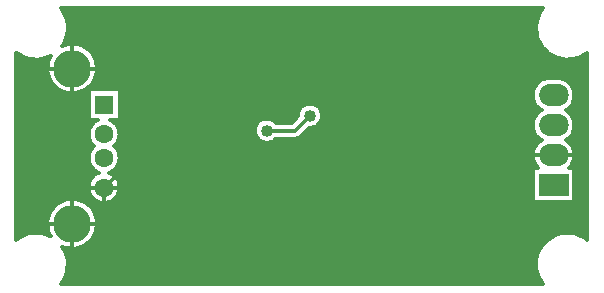
<source format=gbl>
G04 DipTrace 2.4.0.2*
%INBottom.gbr*%
%MOIN*%
%ADD14C,0.013*%
%ADD27R,0.0984X0.0748*%
%ADD28O,0.0984X0.0748*%
%ADD29R,0.063X0.063*%
%ADD30C,0.063*%
%ADD31C,0.126*%
%ADD40C,0.04*%
%FSLAX44Y44*%
G04*
G70*
G90*
G75*
G01*
%LNBottom*%
%LPD*%
X20171Y5187D2*
D14*
X20546D1*
Y6038D1*
Y8062D1*
X21039Y8555D1*
X22169D1*
X20546Y6038D2*
X19147D1*
X19046Y5937D1*
X13976Y12795D2*
X13860D1*
X13435Y12371D1*
X14075Y11731D1*
X15703Y10103D1*
X17744Y8062D1*
X20546D1*
X14075Y11614D2*
Y11731D1*
X12992Y8858D2*
X14458D1*
X15703Y10103D1*
X10335Y8465D2*
X8169D1*
X7185Y7480D1*
X11122Y5118D2*
Y7677D1*
X10335Y8465D1*
Y9547D2*
Y8465D1*
X6122Y11445D2*
X8339D1*
X8858Y10925D1*
X11614Y10827D2*
Y9547D1*
X11909D1*
Y8957D1*
X12303Y8563D1*
X12697D1*
X12992Y8858D1*
X10335Y9547D2*
X11614D1*
X12609Y9375D2*
X13546D1*
X14046Y9875D1*
D40*
X20171Y5187D3*
X19046Y5937D3*
X13976Y12795D3*
X14075Y11614D3*
X12992Y8858D3*
X10335Y8465D3*
X11122Y5118D3*
X10335Y8465D3*
Y9547D3*
Y8465D3*
X8858Y10925D3*
X11614Y10827D3*
X12992Y8858D3*
X10335Y9547D3*
X12609Y9375D3*
X14046Y9875D3*
X10484Y13250D3*
X21234Y9187D3*
X18671D3*
X17921D3*
X17796Y9812D3*
X19671Y9187D3*
X20421D3*
X5841Y13326D2*
D14*
X21718D1*
X5904Y13198D2*
X21655D1*
X5949Y13069D2*
X21611D1*
X5975Y12940D2*
X21584D1*
X5985Y12812D2*
X21574D1*
X5979Y12683D2*
X21580D1*
X5957Y12554D2*
X21602D1*
X5918Y12426D2*
X21641D1*
X5859Y12297D2*
X21700D1*
X6541Y12169D2*
X21781D1*
X6714Y12040D2*
X21895D1*
X6821Y11911D2*
X22057D1*
X23218D2*
X23283D1*
X4276Y11783D2*
X4629D1*
X5214D2*
X5350D1*
X6893D2*
X22345D1*
X22930D2*
X23283D1*
X4276Y11654D2*
X5305D1*
X6937D2*
X23283D1*
X4276Y11526D2*
X5283D1*
X6962D2*
X23283D1*
X4276Y11397D2*
X5281D1*
X6964D2*
X23283D1*
X4276Y11268D2*
X5297D1*
X6945D2*
X23283D1*
X4276Y11140D2*
X5338D1*
X6907D2*
X23283D1*
X4276Y11011D2*
X5401D1*
X6842D2*
X21690D1*
X22650D2*
X23283D1*
X4276Y10883D2*
X5498D1*
X6744D2*
X21566D1*
X22771D2*
X23283D1*
X4276Y10754D2*
X5649D1*
X6594D2*
X21499D1*
X22838D2*
X23283D1*
X4276Y10625D2*
X5979D1*
X6265D2*
X6657D1*
X7713D2*
X21468D1*
X22871D2*
X23283D1*
X4276Y10497D2*
X6657D1*
X7713D2*
X21466D1*
X22871D2*
X23283D1*
X4276Y10368D2*
X6657D1*
X7713D2*
X21495D1*
X22842D2*
X23283D1*
X4276Y10240D2*
X6657D1*
X7713D2*
X13870D1*
X14223D2*
X21558D1*
X22779D2*
X23283D1*
X4276Y10111D2*
X6657D1*
X7713D2*
X13710D1*
X14381D2*
X21676D1*
X22664D2*
X23283D1*
X4276Y9982D2*
X6657D1*
X7713D2*
X13649D1*
X14444D2*
X21655D1*
X22684D2*
X23283D1*
X4276Y9854D2*
X6657D1*
X7713D2*
X13635D1*
X14458D2*
X21548D1*
X22790D2*
X23283D1*
X4276Y9725D2*
X6657D1*
X7713D2*
X12402D1*
X12814D2*
X13509D1*
X14430D2*
X21491D1*
X22848D2*
X23283D1*
X4276Y9596D2*
X6789D1*
X7581D2*
X12262D1*
X14347D2*
X21466D1*
X22873D2*
X23283D1*
X4276Y9468D2*
X6704D1*
X7666D2*
X12208D1*
X14028D2*
X21470D1*
X22867D2*
X23283D1*
X4276Y9339D2*
X6666D1*
X7705D2*
X12197D1*
X13898D2*
X21507D1*
X22832D2*
X23283D1*
X4276Y9211D2*
X6659D1*
X7711D2*
X12232D1*
X13770D2*
X21580D1*
X22759D2*
X23283D1*
X4276Y9082D2*
X6686D1*
X7684D2*
X12323D1*
X12895D2*
X21714D1*
X22625D2*
X23283D1*
X4276Y8953D2*
X6753D1*
X7617D2*
X21625D1*
X22714D2*
X23283D1*
X4276Y8825D2*
X6804D1*
X7566D2*
X21531D1*
X22808D2*
X23283D1*
X4276Y8696D2*
X6712D1*
X7658D2*
X21483D1*
X22857D2*
X23283D1*
X4276Y8568D2*
X6668D1*
X7702D2*
X21464D1*
X22875D2*
X23283D1*
X4276Y8439D2*
X6657D1*
X7713D2*
X21477D1*
X22863D2*
X23283D1*
X4276Y8310D2*
X6680D1*
X7690D2*
X21519D1*
X22820D2*
X23283D1*
X4276Y8182D2*
X6743D1*
X7627D2*
X21602D1*
X22737D2*
X23283D1*
X4276Y8053D2*
X6862D1*
X7508D2*
X21464D1*
X22875D2*
X23283D1*
X4276Y7925D2*
X6911D1*
X7459D2*
X21464D1*
X22875D2*
X23283D1*
X4276Y7796D2*
X6765D1*
X7605D2*
X21464D1*
X22875D2*
X23283D1*
X4276Y7667D2*
X6692D1*
X7678D2*
X21464D1*
X22875D2*
X23283D1*
X4276Y7539D2*
X6659D1*
X7711D2*
X21464D1*
X22875D2*
X23283D1*
X4276Y7410D2*
X6661D1*
X7709D2*
X21464D1*
X22875D2*
X23283D1*
X4276Y7281D2*
X6698D1*
X7672D2*
X21464D1*
X22875D2*
X23283D1*
X4276Y7153D2*
X6775D1*
X7595D2*
X21464D1*
X22875D2*
X23283D1*
X4276Y7024D2*
X5760D1*
X6484D2*
X6934D1*
X7437D2*
X21464D1*
X22875D2*
X23283D1*
X4276Y6896D2*
X5561D1*
X6681D2*
X23283D1*
X4276Y6767D2*
X5443D1*
X6801D2*
X23283D1*
X4276Y6638D2*
X5364D1*
X6880D2*
X23283D1*
X4276Y6510D2*
X5314D1*
X6929D2*
X23283D1*
X4276Y6381D2*
X5287D1*
X6957D2*
X23283D1*
X4276Y6253D2*
X5279D1*
X6966D2*
X23283D1*
X4276Y6124D2*
X5293D1*
X6951D2*
X23283D1*
X4276Y5995D2*
X5326D1*
X6917D2*
X23283D1*
X4276Y5867D2*
X4451D1*
X6860D2*
X22167D1*
X23108D2*
X23283D1*
X6771Y5738D2*
X21964D1*
X6635Y5610D2*
X21832D1*
X6387Y5481D2*
X21736D1*
X5892Y5352D2*
X21667D1*
X5940Y5224D2*
X21619D1*
X5971Y5095D2*
X21588D1*
X5983Y4967D2*
X21576D1*
X5981Y4838D2*
X21578D1*
X5963Y4709D2*
X21596D1*
X5928Y4581D2*
X21631D1*
X5873Y4452D2*
X21686D1*
X5798Y4323D2*
X21761D1*
X5970Y12730D2*
X5954Y12602D1*
X5922Y12476D1*
X5875Y12355D1*
X5813Y12240D1*
X5793Y12207D1*
X5891Y12242D1*
X5992Y12265D1*
X6095Y12274D1*
X6199Y12271D1*
X6302Y12255D1*
X6402Y12226D1*
X6497Y12185D1*
X6587Y12133D1*
X6669Y12069D1*
X6743Y11996D1*
X6807Y11914D1*
X6860Y11825D1*
X6902Y11730D1*
X6931Y11630D1*
X6948Y11528D1*
X6952Y11419D1*
X6942Y11315D1*
X6919Y11214D1*
X6884Y11116D1*
X6837Y11024D1*
X6779Y10938D1*
X6711Y10860D1*
X6633Y10791D1*
X6547Y10732D1*
X6455Y10684D1*
X6357Y10649D1*
X6256Y10626D1*
X6153Y10615D1*
X6049Y10618D1*
X5946Y10634D1*
X5846Y10662D1*
X5751Y10703D1*
X5661Y10755D1*
X5578Y10818D1*
X5504Y10891D1*
X5440Y10972D1*
X5386Y11061D1*
X5344Y11156D1*
X5314Y11256D1*
X5297Y11358D1*
X5292Y11462D1*
X5301Y11565D1*
X5322Y11667D1*
X5356Y11765D1*
X5405Y11863D1*
X5326Y11826D1*
X5204Y11783D1*
X5077Y11756D1*
X4947Y11745D1*
X4818Y11750D1*
X4689Y11771D1*
X4565Y11807D1*
X4446Y11859D1*
X4334Y11924D1*
X4261Y11979D1*
X4262Y10764D1*
Y5740D1*
X4355Y5806D1*
X4468Y5869D1*
X4589Y5918D1*
X4714Y5951D1*
X4843Y5969D1*
X4973Y5971D1*
X5102Y5956D1*
X5228Y5926D1*
X5350Y5880D1*
X5405Y5854D1*
X5358Y5947D1*
X5324Y6045D1*
X5302Y6146D1*
X5292Y6250D1*
X5296Y6353D1*
X5313Y6456D1*
X5342Y6556D1*
X5384Y6651D1*
X5437Y6740D1*
X5501Y6822D1*
X5574Y6895D1*
X5656Y6959D1*
X5746Y7012D1*
X5841Y7053D1*
X5941Y7082D1*
X6044Y7098D1*
X6147Y7101D1*
X6251Y7092D1*
X6352Y7069D1*
X6450Y7034D1*
X6543Y6987D1*
X6629Y6929D1*
X6707Y6861D1*
X6776Y6783D1*
X6835Y6697D1*
X6882Y6605D1*
X6918Y6507D1*
X6941Y6406D1*
X6951Y6303D1*
X6948Y6194D1*
X6932Y6091D1*
X6903Y5991D1*
X6862Y5896D1*
X6809Y5807D1*
X6746Y5724D1*
X6673Y5651D1*
X6591Y5587D1*
X6502Y5534D1*
X6407Y5492D1*
X6307Y5463D1*
X6204Y5446D1*
X6101Y5442D1*
X5997Y5451D1*
X5896Y5473D1*
X5798Y5508D1*
X5792Y5509D1*
X5858Y5398D1*
X5909Y5278D1*
X5946Y5154D1*
X5967Y5026D1*
X5972Y4921D1*
X5964Y4792D1*
X5940Y4664D1*
X5900Y4540D1*
X5846Y4423D1*
X5777Y4312D1*
X5739Y4262D1*
X21822D1*
X21775Y4323D1*
X21707Y4434D1*
X21654Y4552D1*
X21616Y4676D1*
X21594Y4804D1*
X21587Y4934D1*
X21597Y5063D1*
X21622Y5191D1*
X21663Y5314D1*
X21719Y5431D1*
X21789Y5541D1*
X21872Y5640D1*
X21967Y5729D1*
X22071Y5806D1*
X22185Y5869D1*
X22305Y5918D1*
X22431Y5951D1*
X22559Y5969D1*
X22689Y5971D1*
X22818Y5956D1*
X22945Y5926D1*
X23066Y5880D1*
X23181Y5820D1*
X23299Y5737D1*
X23297Y6237D1*
Y11976D1*
X23215Y11917D1*
X23102Y11853D1*
X22982Y11803D1*
X22857Y11768D1*
X22729Y11749D1*
X22599Y11745D1*
X22470Y11758D1*
X22343Y11787D1*
X22221Y11831D1*
X22105Y11890D1*
X21998Y11962D1*
X21900Y12048D1*
X21813Y12144D1*
X21739Y12251D1*
X21679Y12366D1*
X21633Y12488D1*
X21603Y12614D1*
X21589Y12743D1*
X21590Y12873D1*
X21608Y13001D1*
X21641Y13127D1*
X21690Y13247D1*
X21753Y13361D1*
X21820Y13455D1*
X5737D1*
X5792Y13383D1*
X5858Y13272D1*
X5909Y13152D1*
X5946Y13028D1*
X5967Y12900D1*
X5972Y12795D1*
X5970Y12730D1*
X21542Y8129D2*
X21665Y8130D1*
X21603Y8196D1*
X21552Y8272D1*
X21513Y8354D1*
X21488Y8441D1*
X21478Y8531D1*
X21481Y8622D1*
X21499Y8711D1*
X21530Y8797D1*
X21575Y8876D1*
X21631Y8947D1*
X21699Y9008D1*
X21769Y9055D1*
X21685Y9113D1*
X21637Y9157D1*
X21595Y9207D1*
X21559Y9260D1*
X21528Y9318D1*
X21505Y9378D1*
X21488Y9441D1*
X21479Y9506D1*
X21477Y9570D1*
X21483Y9635D1*
X21495Y9699D1*
X21515Y9761D1*
X21542Y9820D1*
X21575Y9876D1*
X21614Y9927D1*
X21659Y9974D1*
X21709Y10016D1*
X21769Y10054D1*
X21685Y10113D1*
X21637Y10157D1*
X21595Y10207D1*
X21559Y10260D1*
X21528Y10318D1*
X21505Y10378D1*
X21488Y10441D1*
X21479Y10506D1*
X21477Y10570D1*
X21483Y10635D1*
X21495Y10699D1*
X21515Y10761D1*
X21542Y10820D1*
X21575Y10876D1*
X21614Y10927D1*
X21659Y10974D1*
X21709Y11016D1*
X21763Y11052D1*
X21821Y11081D1*
X21882Y11104D1*
X21945Y11119D1*
X22052Y11128D1*
X22287Y11129D1*
X22310D1*
X22375Y11122D1*
X22439Y11109D1*
X22500Y11088D1*
X22559Y11061D1*
X22614Y11027D1*
X22666Y10987D1*
X22712Y10942D1*
X22753Y10891D1*
X22788Y10837D1*
X22816Y10778D1*
X22838Y10717D1*
X22853Y10654D1*
X22861Y10555D1*
X22858Y10490D1*
X22847Y10426D1*
X22829Y10364D1*
X22804Y10304D1*
X22772Y10247D1*
X22734Y10195D1*
X22691Y10146D1*
X22642Y10104D1*
X22569Y10056D1*
X22666Y9987D1*
X22712Y9942D1*
X22753Y9891D1*
X22788Y9837D1*
X22816Y9778D1*
X22838Y9717D1*
X22853Y9654D1*
X22861Y9555D1*
X22858Y9490D1*
X22847Y9426D1*
X22829Y9364D1*
X22804Y9304D1*
X22772Y9247D1*
X22734Y9195D1*
X22691Y9146D1*
X22642Y9104D1*
X22569Y9056D1*
X22646Y9004D1*
X22712Y8942D1*
X22768Y8870D1*
X22811Y8790D1*
X22842Y8705D1*
X22858Y8615D1*
X22861Y8529D1*
X22850Y8439D1*
X22824Y8352D1*
X22785Y8270D1*
X22734Y8195D1*
X22672Y8129D1*
X22861D1*
Y6981D1*
X21477D1*
Y8129D1*
X21542D1*
X6735Y10751D2*
X7700D1*
Y9721D1*
X7398D1*
X7469Y9681D1*
X7521Y9642D1*
X7568Y9597D1*
X7608Y9546D1*
X7642Y9490D1*
X7668Y9431D1*
X7687Y9369D1*
X7697Y9305D1*
X7700Y9252D1*
X7696Y9187D1*
X7684Y9123D1*
X7664Y9062D1*
X7636Y9003D1*
X7601Y8948D1*
X7560Y8898D1*
X7516Y8858D1*
X7568Y8809D1*
X7608Y8759D1*
X7642Y8703D1*
X7668Y8644D1*
X7687Y8582D1*
X7697Y8517D1*
X7700Y8465D1*
X7696Y8400D1*
X7684Y8336D1*
X7664Y8274D1*
X7636Y8216D1*
X7601Y8161D1*
X7560Y8111D1*
X7512Y8067D1*
X7459Y8029D1*
X7402Y7998D1*
X7336Y7973D1*
X7413Y7942D1*
X7480Y7902D1*
X7540Y7853D1*
X7593Y7795D1*
X7635Y7730D1*
X7668Y7659D1*
X7689Y7585D1*
X7699Y7507D1*
X7697Y7428D1*
X7684Y7352D1*
X7659Y7278D1*
X7623Y7209D1*
X7577Y7146D1*
X7522Y7091D1*
X7459Y7044D1*
X7391Y7008D1*
X7317Y6982D1*
X7240Y6968D1*
X7163Y6966D1*
X7085Y6975D1*
X7010Y6996D1*
X6939Y7028D1*
X6874Y7070D1*
X6815Y7122D1*
X6766Y7181D1*
X6725Y7248D1*
X6696Y7320D1*
X6677Y7396D1*
X6670Y7473D1*
X6675Y7551D1*
X6691Y7627D1*
X6719Y7700D1*
X6758Y7768D1*
X6806Y7829D1*
X6863Y7882D1*
X6927Y7926D1*
X6997Y7960D1*
X7033Y7973D1*
X6962Y8000D1*
X6906Y8032D1*
X6853Y8070D1*
X6806Y8115D1*
X6766Y8166D1*
X6731Y8221D1*
X6704Y8280D1*
X6685Y8342D1*
X6673Y8406D1*
X6670Y8471D1*
X6675Y8535D1*
X6688Y8599D1*
X6709Y8660D1*
X6737Y8719D1*
X6773Y8773D1*
X6815Y8822D1*
X6852Y8857D1*
X6766Y8953D1*
X6731Y9008D1*
X6704Y9067D1*
X6685Y9129D1*
X6673Y9193D1*
X6670Y9258D1*
X6675Y9323D1*
X6688Y9386D1*
X6709Y9448D1*
X6737Y9506D1*
X6773Y9560D1*
X6815Y9610D1*
X6863Y9654D1*
X6916Y9691D1*
X6971Y9720D1*
X6670Y9721D1*
Y10751D1*
X6735D1*
X12907Y9640D2*
X13435D1*
X13647Y9850D1*
X13648Y9917D1*
X13660Y9981D1*
X13683Y10041D1*
X13714Y10098D1*
X13755Y10149D1*
X13803Y10192D1*
X13858Y10227D1*
X13917Y10253D1*
X13980Y10269D1*
X14045Y10275D1*
X14109Y10270D1*
X14173Y10254D1*
X14232Y10229D1*
X14287Y10194D1*
X14336Y10151D1*
X14376Y10100D1*
X14409Y10044D1*
X14431Y9983D1*
X14444Y9920D1*
X14446Y9875D1*
X14441Y9810D1*
X14425Y9747D1*
X14400Y9687D1*
X14365Y9633D1*
X14322Y9584D1*
X14271Y9544D1*
X14215Y9512D1*
X14154Y9489D1*
X14090Y9477D1*
X14023Y9475D1*
X13734Y9187D1*
X13683Y9147D1*
X13623Y9121D1*
X13546Y9109D1*
X12907D1*
X12884Y9084D1*
X12834Y9044D1*
X12777Y9012D1*
X12716Y8989D1*
X12652Y8977D1*
X12588Y8975D1*
X12523Y8984D1*
X12461Y9003D1*
X12403Y9031D1*
X12350Y9069D1*
X12304Y9115D1*
X12266Y9168D1*
X12237Y9226D1*
X12218Y9288D1*
X12209Y9352D1*
X12211Y9417D1*
X12223Y9481D1*
X12245Y9541D1*
X12277Y9598D1*
X12317Y9649D1*
X12366Y9692D1*
X12420Y9727D1*
X12480Y9753D1*
X12543Y9769D1*
X12607Y9775D1*
X12672Y9770D1*
X12735Y9754D1*
X12795Y9729D1*
X12850Y9694D1*
X12907Y9640D1*
X21477Y8555D2*
X22861D1*
X7185Y7480D2*
Y6966D1*
X6670Y7480D2*
X7700D1*
X6122Y12275D2*
Y10615D1*
X5292Y11445D2*
X6952D1*
X6122Y7101D2*
Y5442D1*
X5292Y6272D2*
X6952D1*
D27*
X22169Y7555D3*
D28*
Y8555D3*
Y9555D3*
Y10555D3*
D29*
X7185Y10236D3*
D30*
Y9252D3*
Y8465D3*
Y7480D3*
D31*
X6122Y11445D3*
Y6272D3*
M02*

</source>
